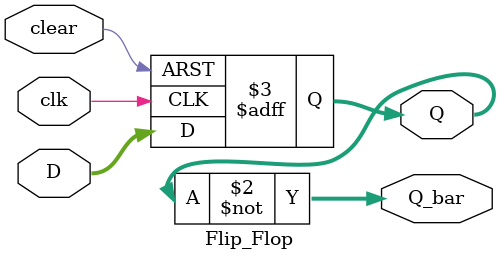
<source format=sv>
module Flip_Flop(
    input logic        clk,
    input logic        clear,
    input logic [7:0]  D,
    output logic [7:0] Q,
    output logic [7:0] Q_bar
    );
    
    always_ff @(posedge clk or posedge clear) begin 
        if(clear) 
            Q <= 8'h00;
        else 
            Q <= D;
    end
    
    assign Q_bar = ~Q;
    
endmodule

</source>
